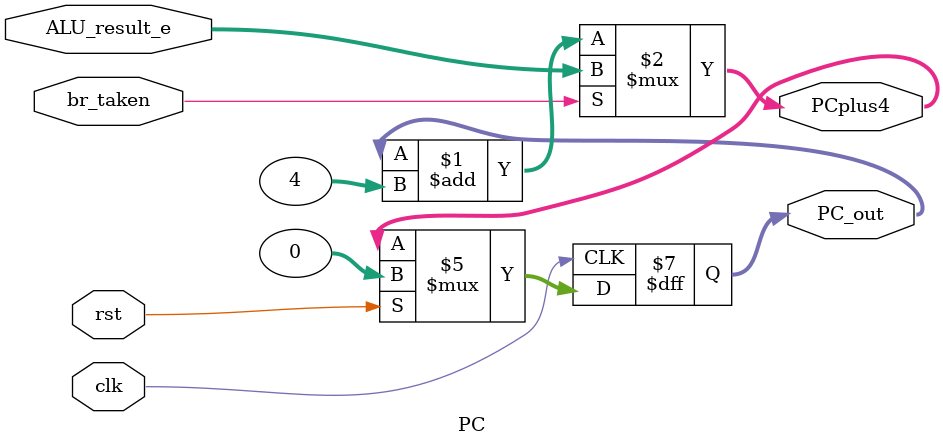
<source format=sv>
module PC(
	input logic clk, rst, br_taken,
	input logic [31:0] ALU_result_e,
	output logic [31:0] PCplus4, PC_out
);
	
	assign PCplus4 = br_taken ? ALU_result_e : PC_out + 4;

	always_ff @(posedge clk) begin
		if (rst)
			PC_out <= 32'b0;
		else
			PC_out <= PCplus4;
	end
endmodule
</source>
